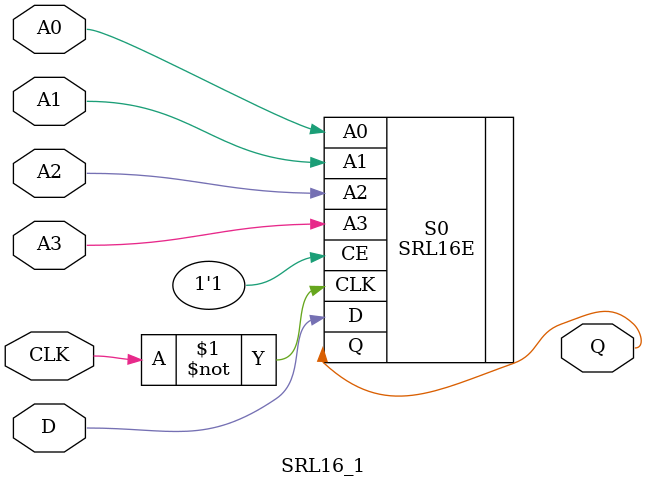
<source format=v>

`timescale  1 ps / 1 ps


module SRL16_1 (Q, A0, A1, A2, A3, CLK, D);

    parameter [15:0] INIT = 16'h0000;

    output Q;

    input  A0, A1, A2, A3, CLK, D;


    SRL16E #(.INIT(INIT)) S0 (.Q(Q), .A0(A0), .A1(A1), .A2(A2), .A3(A3), .CE(1'b1), .CLK(~CLK), .D(D));

endmodule



</source>
